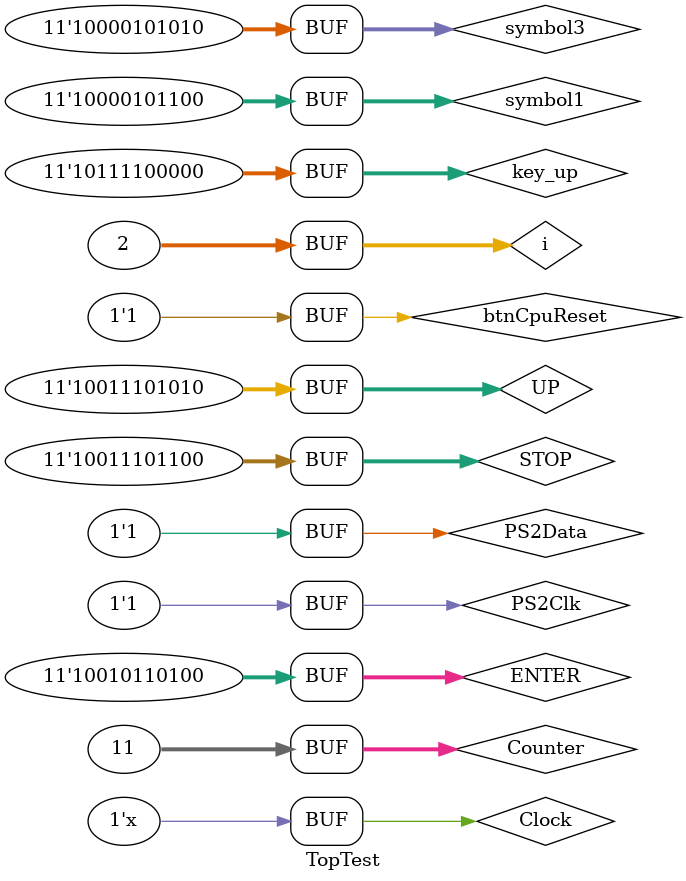
<source format=v>
`timescale 10ns / 1ps


module TopTest;

	// Inputs
	reg Clock=0;
	reg btnCpuReset=1;
	reg PS2Clk=1;
	reg PS2Data=1;

	// Outputs
	wire JA;
	wire ampPWM;
	wire ampSD;
	wire [1:0] JB;
	wire [7:0] Anode;
	wire [6:0] Segment;

	// Instantiate the Unit Under Test (UUT)
	PlayerPianoRamp uut (
		.Clock(Clock), 
		.btnCpuReset(btnCpuReset), 
		.PS2Clk(PS2Clk), 
		.PS2Data(PS2Data), 
		.JA(JA), 
		.ampPWM(ampPWM), 
		.ampSD(ampSD),
		.JB(JB),
		.Anode(Anode),
		.Segment(Segment)
	);
	
	always
		#1 Clock = ~Clock;
		
	integer Counter = 0;
	integer i = 0;
	
	reg [10:0] symbol1 =    11'b10000101100; //16
	reg [10:0] key_up =     11'b10111100000; //F0
	reg [10:0] symbol3 =    11'b10000101010; //15
	reg [10:0] ENTER = 		11'b10010110100; //5A
	reg [10:0] UP = 			11'b10011101010; //UP
	reg [10:0] STOP = 		11'b10011101100; //ESC

	initial begin
		// Initialize Inputs
		#100 btnCpuReset = 0;
		#100 btnCpuReset = 1;
		// Wait 100 ns for global reset to finish
	for(i = 0; i < 2; i = i + 1) begin
		#10000
		for(Counter = 0; Counter < 11; Counter = Counter + 1)
				begin
					#100 PS2Data = key_up[Counter];
					#500 PS2Clk = ~PS2Clk;
					#500 PS2Clk = ~PS2Clk;
				end

				#10000
			for(Counter = 0; Counter < 11; Counter = Counter + 1)
				begin
					#100 PS2Data = symbol3[Counter];
					#500 PS2Clk = ~PS2Clk;
					#500 PS2Clk = ~PS2Clk;
				end
				
				#10000
				
			for(Counter = 0; Counter < 11; Counter = Counter + 1)
				begin
					#100 PS2Data = key_up[Counter];
					#500 PS2Clk = ~PS2Clk;
					#500 PS2Clk = ~PS2Clk;
				end

				#10000
			for(Counter = 0; Counter < 11; Counter = Counter + 1)
				begin
					#100 PS2Data = symbol1[Counter];
					#500 PS2Clk = ~PS2Clk;
					#500 PS2Clk = ~PS2Clk;
				end
				
			end
		end
	
      
endmodule


</source>
